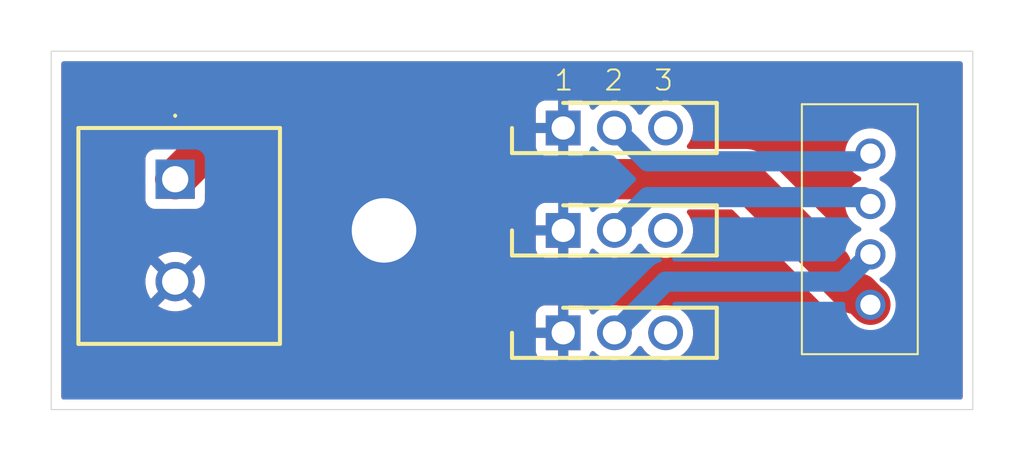
<source format=kicad_pcb>
(kicad_pcb (version 20241229) (generator "pcbnew") (generator_version "9.0")
  (layers (0 "F.Cu" signal) (2 "B.Cu" signal) (13 "F.Paste" user) (15 "B.Paste" user) (5 "F.SilkS" user "F.Silkscreen") (7 "B.SilkS" user "B.Silkscreen") (1 "F.Mask" user) (3 "B.Mask" user) (25 "Edge.Cuts" user))
  (net 0 "")
  (net 1 "Net-(C2-Pad4)")
  (net 2 "Net-(C2-Pad3)")
  (net 3 "Net-(C2-Pad2)")
  (net 7 "12V")
  (net 8 "GND")
  (footprint "SamacSys_Parts:HDRV3W66P0X254_1X3_1016X249X1042P" (layer "F.Cu") (at 149.86 114.3)
    (property "Reference" "J3" (hide yes))
    (property "Value" "22-28-5034" (hide yes))
    (fp_line (start -2.54 0) (end -2.54 1.245) (stroke (width 0.2)) (layer "F.SilkS"))
    (fp_line (start -2.54 1.245) (end 7.62 1.245) (stroke (width 0.2)) (layer "F.SilkS"))
    (fp_line (start 7.62 -1.245) (end 0 -1.245) (stroke (width 0.2)) (layer "F.SilkS"))
    (fp_line (start 7.62 1.245) (end 7.62 -1.245) (stroke (width 0.2)) (layer "F.SilkS"))
    (pad "1" thru_hole rect (at 0 0) (size 1.725 1.725) (drill 1.15) (layers "*.Cu" "*.Mask") (net 8 "GND"))
    (pad "2" thru_hole circle (at 2.54 0) (size 1.725 1.725) (drill 1.15) (layers "*.Cu" "*.Mask") (net 1 "Net-(C2-Pad4)"))
    (pad "3" thru_hole circle (at 5.08 0) (size 1.725 1.725) (drill 1.15) (layers "*.Cu" "*.Mask"))
  )
  (footprint "MountingHole:MountingHole_3.2mm_M3_Pad_TopBottom" (layer "F.Cu") (at 140.97 119.38)
    (property "Reference" "H2" (hide yes))
    (property "Value" "MountingHole_Pad" (hide yes))
    (pad "1" thru_hole circle (at 0 0) (size 3.6 3.6) (drill 3.2) (layers "*.Cu" "*.Mask") (net 8 "GND"))
    (pad "1" connect circle (at 0 0) (size 6.4 6.4) (layers "F.Cu" "F.Mask") (net 8 "GND"))
    (pad "1" connect circle (at 0 0) (size 6.4 6.4) (layers "B.Cu" "B.Mask") (net 8 "GND"))
  )
  (footprint "SamacSys_Parts:HDRV3W66P0X254_1X3_1016X249X1042P" (layer "F.Cu") (at 149.86 124.46)
    (property "Reference" "J1" (hide yes))
    (property "Value" "22-28-5034" (hide yes))
    (fp_line (start -2.54 0) (end -2.54 1.245) (stroke (width 0.2)) (layer "F.SilkS"))
    (fp_line (start -2.54 1.245) (end 7.62 1.245) (stroke (width 0.2)) (layer "F.SilkS"))
    (fp_line (start 7.62 -1.245) (end 0 -1.245) (stroke (width 0.2)) (layer "F.SilkS"))
    (fp_line (start 7.62 1.245) (end 7.62 -1.245) (stroke (width 0.2)) (layer "F.SilkS"))
    (pad "1" thru_hole rect (at 0 0) (size 1.725 1.725) (drill 1.15) (layers "*.Cu" "*.Mask") (net 8 "GND"))
    (pad "2" thru_hole circle (at 2.54 0) (size 1.725 1.725) (drill 1.15) (layers "*.Cu" "*.Mask") (net 3 "Net-(C2-Pad2)"))
    (pad "3" thru_hole circle (at 5.08 0) (size 1.725 1.725) (drill 1.15) (layers "*.Cu" "*.Mask"))
  )
  (footprint "SamacSys_Parts:HDRV3W66P0X254_1X3_1016X249X1042P" (layer "F.Cu") (at 149.86 119.38)
    (property "Reference" "J2" (hide yes))
    (property "Value" "22-28-5034" (hide yes))
    (fp_line (start -2.54 0) (end -2.54 1.245) (stroke (width 0.2)) (layer "F.SilkS"))
    (fp_line (start -2.54 1.245) (end 7.62 1.245) (stroke (width 0.2)) (layer "F.SilkS"))
    (fp_line (start 7.62 -1.245) (end 0 -1.245) (stroke (width 0.2)) (layer "F.SilkS"))
    (fp_line (start 7.62 1.245) (end 7.62 -1.245) (stroke (width 0.2)) (layer "F.SilkS"))
    (pad "1" thru_hole rect (at 0 0) (size 1.725 1.725) (drill 1.15) (layers "*.Cu" "*.Mask") (net 8 "GND"))
    (pad "2" thru_hole circle (at 2.54 0) (size 1.725 1.725) (drill 1.15) (layers "*.Cu" "*.Mask") (net 2 "Net-(C2-Pad3)"))
    (pad "3" thru_hole circle (at 5.08 0) (size 1.725 1.725) (drill 1.15) (layers "*.Cu" "*.Mask"))
  )
  (footprint "SamacSys_Parts:1716080000" (layer "F.Cu") (at 130.61 116.84 -90)
    (property "Reference" "C1" (hide yes))
    (property "Value" "1716080000" (hide yes))
    (fp_line (start -2.54 4.8) (end -2.54 -5.2) (stroke (width 0.2)) (layer "F.SilkS"))
    (fp_line (start 8.17 4.8) (end -2.54 4.8) (stroke (width 0.2)) (layer "F.SilkS"))
    (fp_line (start -3.2 0) (end -3.2 0) (stroke (width 0.1)) (layer "F.SilkS"))
    (fp_line (start -3.1 0) (end -3.1 0) (stroke (width 0.1)) (layer "F.SilkS"))
    (fp_line (start -2.54 -5.2) (end 8.17 -5.2) (stroke (width 0.2)) (layer "F.SilkS"))
    (fp_line (start 8.17 -5.2) (end 8.17 4.8) (stroke (width 0.2)) (layer "F.SilkS"))
    (fp_arc (start -3.2 0) (mid -3.15 -0.05) (end -3.1 0) (stroke (width 0.1)) (layer "F.SilkS"))
    (fp_arc (start -3.1 0) (mid -3.15 0.05) (end -3.2 0) (stroke (width 0.1)) (layer "F.SilkS"))
    (pad "1" thru_hole rect (at 0 0 270) (size 1.95 1.95) (drill 1.3) (layers "*.Cu" "*.Mask") (net 7 "12V"))
    (pad "2" thru_hole circle (at 5.08 0 270) (size 1.95 1.95) (drill 1.3) (layers "*.Cu" "*.Mask") (net 8 "GND"))
  )
  (footprint "SamacSys_Parts:B4BXHALFSN" (layer "F.Cu") (at 165.1 123.07 90)
    (property "Reference" "C2" (hide yes))
    (property "Value" "B4B-XH-A_LF__SN_" (hide yes))
    (fp_line (start 9.95 -3.4) (end 9.95 2.35) (stroke (width 0.1)) (layer "F.SilkS"))
    (fp_line (start -2.45 -3.4) (end 9.95 -3.4) (stroke (width 0.1)) (layer "F.SilkS"))
    (fp_line (start 9.95 2.35) (end -2.45 2.35) (stroke (width 0.1)) (layer "F.SilkS"))
    (fp_line (start -2.45 2.35) (end -2.45 -3.4) (stroke (width 0.1)) (layer "F.SilkS"))
    (pad "1" thru_hole circle (at 0 0 90) (size 1.5 1.5) (drill 1) (layers "*.Cu" "*.Mask") (net 7 "12V"))
    (pad "2" thru_hole circle (at 2.5 0 90) (size 1.5 1.5) (drill 1) (layers "*.Cu" "*.Mask") (net 3 "Net-(C2-Pad2)"))
    (pad "3" thru_hole circle (at 5 0 90) (size 1.5 1.5) (drill 1) (layers "*.Cu" "*.Mask") (net 2 "Net-(C2-Pad3)"))
    (pad "4" thru_hole circle (at 7.5 0 90) (size 1.5 1.5) (drill 1) (layers "*.Cu" "*.Mask") (net 1 "Net-(C2-Pad4)"))
  )
  (gr_rect (start 124.46 110.49) (end 170.18 128.27) (stroke (width 0.05)) (fill no) (layer "Edge.Cuts"))
  (gr_text "1  2  3" (at 149.352 112.522 0) (layer "F.SilkS") (effects (font (size 1 1) (thickness 0.1)) (justify left bottom)))
  (segment (start 164.719 115.951) (end 165.1 115.57) (width 1) (layer "B.Cu") (net 1))
  (segment (start 152.4 114.3) (end 154.051 115.951) (width 1) (layer "B.Cu") (net 1))
  (segment (start 154.051 115.951) (end 164.719 115.951) (width 1) (layer "B.Cu") (net 1))
  (segment (start 152.4 119.38) (end 154.051 117.729) (width 1) (layer "B.Cu") (net 2))
  (segment (start 164.759 117.729) (end 165.1 118.07) (width 1) (layer "B.Cu") (net 2))
  (segment (start 154.051 117.729) (end 164.759 117.729) (width 1) (layer "B.Cu") (net 2))
  (segment (start 154.94 121.92) (end 163.75 121.92) (width 1) (layer "B.Cu") (net 3))
  (segment (start 152.4 124.46) (end 154.94 121.92) (width 1) (layer "B.Cu") (net 3))
  (segment (start 163.75 121.92) (end 165.1 120.57) (width 1) (layer "B.Cu") (net 3))
  (segment (start 146.05 116.84) (end 158.87 116.84) (width 2) (layer "F.Cu") (net 7))
  (segment (start 132.471 114.979) (end 144.189 114.979) (width 2) (layer "F.Cu") (net 7))
  (segment (start 163.149 121.378131) (end 164.291869 122.521) (width 2) (layer "F.Cu") (net 7))
  (segment (start 158.87 116.84) (end 163.149 121.119) (width 2) (layer "F.Cu") (net 7))
  (segment (start 144.189 114.979) (end 146.05 116.84) (width 2) (layer "F.Cu") (net 7))
  (segment (start 163.149 121.119) (end 163.149 121.378131) (width 2) (layer "F.Cu") (net 7))
  (segment (start 130.61 116.84) (end 132.471 114.979) (width 2) (layer "F.Cu") (net 7))
  (segment (start 164.551 122.521) (end 165.1 123.07) (width 2) (layer "F.Cu") (net 7))
  (segment (start 164.291869 122.521) (end 164.551 122.521) (width 2) (layer "F.Cu") (net 7))
  (zone (net 8) (net_name "GND") (layer "F.Cu") (name "GND") (priority 1) (connect_pads (clearance 0.5)) (min_thickness 0.25) (fill yes (thermal_gap 0.5) (thermal_bridge_width 0.5) (island_removal_mode 1) (island_area_min 10))
    (polygon (pts (xy 172.72 107.95) (xy 172.72 130.81) (xy 121.92 130.81) (xy 121.92 107.95)))
  )
  (zone (net 8) (net_name "GND") (layer "B.Cu") (name "GND") (connect_pads (clearance 0.5)) (min_thickness 0.25) (fill yes (thermal_gap 0.5) (thermal_bridge_width 0.5) (island_removal_mode 1) (island_area_min 10))
    (polygon (pts (xy 123.19 109.22) (xy 171.45 109.22) (xy 171.45 129.54) (xy 123.19 129.54)))
  )
)
</source>
